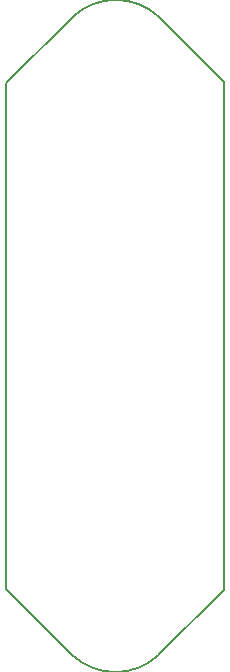
<source format=gm1>
G04 #@! TF.GenerationSoftware,KiCad,Pcbnew,6.0.1-79c1e3a40b~116~ubuntu20.04.1*
G04 #@! TF.CreationDate,2022-01-18T16:33:52+01:00*
G04 #@! TF.ProjectId,Nano_GPIB,4e616e6f-5f47-4504-9942-2e6b69636164,rev?*
G04 #@! TF.SameCoordinates,Original*
G04 #@! TF.FileFunction,Profile,NP*
%FSLAX46Y46*%
G04 Gerber Fmt 4.6, Leading zero omitted, Abs format (unit mm)*
G04 Created by KiCad (PCBNEW 6.0.1-79c1e3a40b~116~ubuntu20.04.1) date 2022-01-18 16:33:52*
%MOMM*%
%LPD*%
G01*
G04 APERTURE LIST*
G04 #@! TA.AperFunction,Profile*
%ADD10C,0.150000*%
G04 #@! TD*
G04 APERTURE END LIST*
D10*
X94885300Y-123769549D02*
X94885300Y-80911000D01*
X100501152Y-75311000D02*
X94885300Y-80911000D01*
X107752374Y-129352941D02*
X113305103Y-123813918D01*
X100458226Y-129352941D02*
X94885300Y-123769549D01*
X113305103Y-123813918D02*
X113305300Y-80801000D01*
X107795300Y-75311000D02*
G75*
G03*
X100501152Y-75311000I-3647074J-3905659D01*
G01*
X107795300Y-75311000D02*
X113305300Y-80801000D01*
X100458226Y-129352941D02*
G75*
G03*
X107752374Y-129352941I3647074J3905659D01*
G01*
M02*

</source>
